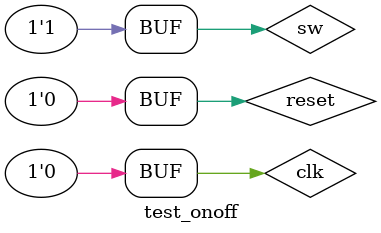
<source format=v>
`timescale 1ns / 1ps


module test_onoff;

	// Inputs
	reg clk;
	reg reset;
	reg sw;
	wire state_reg,state_next;

	// Outputs
	wire out;

	// Instantiate the Unit Under Test (UUT)
	onoff_fsm uut (
		.clk(clk), 
		.reset(reset), 
		.sw(sw), 
		.out(out)
	);

	localparam T = 20;
	always
	begin
		clk = 1'b1;
		#(T/2);
		clk = 1'b0;
		#(T/2);
	end
	initial begin
		// Initialize Inputs
		reset = 1;
		sw = 0;

		// Wait 100 ns for global reset to finish
		#100;
		reset = 0;
      sw = 1;
		
		#100
		sw = 1;
		
		#100
		sw = 0;
		
		#100
		sw = 1;
		// Add stimulus here

	end
      
endmodule


</source>
